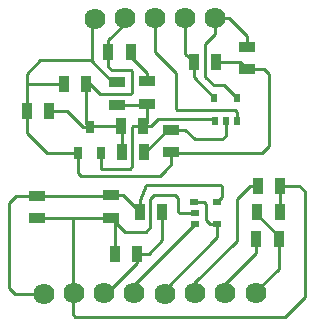
<source format=gtl>
G04 (created by PCBNEW (2013-07-07 BZR 4022)-stable) date 11/19/2014 12:35:41 PM*
%MOIN*%
G04 Gerber Fmt 3.4, Leading zero omitted, Abs format*
%FSLAX34Y34*%
G01*
G70*
G90*
G04 APERTURE LIST*
%ADD10C,0.00590551*%
%ADD11R,0.055X0.035*%
%ADD12R,0.035X0.055*%
%ADD13R,0.0315X0.0394*%
%ADD14R,0.0197X0.0315*%
%ADD15C,0.0700787*%
%ADD16R,0.0315X0.0197*%
%ADD17C,0.01*%
G04 APERTURE END LIST*
G54D10*
G54D11*
X70210Y-46980D03*
X70210Y-47730D03*
X70000Y-50755D03*
X70000Y-51505D03*
X67540Y-50775D03*
X67540Y-51525D03*
G54D12*
X70969Y-51318D03*
X71719Y-51318D03*
X70893Y-52696D03*
X70143Y-52696D03*
X71115Y-49320D03*
X70365Y-49320D03*
G54D11*
X72020Y-49310D03*
X72020Y-48560D03*
G54D12*
X70675Y-45985D03*
X69925Y-45985D03*
G54D11*
X71195Y-47700D03*
X71195Y-46950D03*
X74535Y-46550D03*
X74535Y-45800D03*
G54D12*
X73515Y-46310D03*
X72765Y-46310D03*
X71080Y-48445D03*
X70330Y-48445D03*
X74895Y-50445D03*
X75645Y-50445D03*
X75635Y-51315D03*
X74885Y-51315D03*
G54D13*
X69300Y-48487D03*
X69675Y-49353D03*
X68925Y-49353D03*
G54D14*
X73463Y-48277D03*
X74220Y-48275D03*
X73840Y-48275D03*
X74220Y-47515D03*
X73460Y-47515D03*
G54D12*
X67195Y-47950D03*
X67945Y-47950D03*
X75595Y-52225D03*
X74845Y-52225D03*
G54D15*
X67787Y-54035D03*
X68781Y-54025D03*
X69785Y-54025D03*
X70788Y-54025D03*
X71810Y-54032D03*
X72818Y-54025D03*
X73826Y-54005D03*
X74834Y-54010D03*
G54D12*
X68435Y-47050D03*
X69185Y-47050D03*
G54D15*
X69485Y-44860D03*
X70478Y-44850D03*
X71482Y-44850D03*
X72486Y-44850D03*
X73490Y-44850D03*
G54D16*
X72794Y-50967D03*
X72796Y-51724D03*
X72796Y-51344D03*
X73556Y-51724D03*
X73556Y-50964D03*
G54D17*
X71482Y-44850D02*
X71482Y-45972D01*
X74220Y-47980D02*
X74220Y-48275D01*
X74155Y-47915D02*
X74220Y-47980D01*
X72225Y-47915D02*
X74155Y-47915D01*
X72190Y-47880D02*
X72225Y-47915D01*
X72190Y-46680D02*
X72190Y-47880D01*
X71482Y-45972D02*
X72190Y-46680D01*
X69925Y-45985D02*
X69925Y-46475D01*
X69324Y-47050D02*
X69185Y-47050D01*
X69650Y-47376D02*
X69324Y-47050D01*
X70654Y-47376D02*
X69650Y-47376D01*
X70696Y-47334D02*
X70654Y-47376D01*
X70696Y-46612D02*
X70696Y-47334D01*
X70672Y-46588D02*
X70696Y-46612D01*
X70038Y-46588D02*
X70672Y-46588D01*
X69925Y-46475D02*
X70038Y-46588D01*
X70330Y-48445D02*
X69342Y-48445D01*
X69342Y-48445D02*
X69300Y-48487D01*
X69342Y-48445D02*
X69300Y-48487D01*
X70365Y-49320D02*
X70365Y-48480D01*
X70365Y-48480D02*
X70330Y-48445D01*
X69185Y-47050D02*
X69185Y-48372D01*
X69185Y-48372D02*
X69300Y-48487D01*
X69300Y-48487D02*
X69077Y-48487D01*
X69077Y-48487D02*
X68540Y-47950D01*
X68540Y-47950D02*
X67945Y-47950D01*
X70478Y-44850D02*
X70478Y-45031D01*
X69925Y-45585D02*
X69925Y-45985D01*
X70478Y-45031D02*
X69925Y-45585D01*
X72765Y-46310D02*
X72765Y-46820D01*
X72765Y-46820D02*
X73460Y-47515D01*
X72486Y-44850D02*
X72486Y-46031D01*
X72486Y-46031D02*
X72765Y-46310D01*
X73490Y-44850D02*
X73955Y-44850D01*
X74535Y-45430D02*
X74535Y-45800D01*
X73955Y-44850D02*
X74535Y-45430D01*
X73490Y-44850D02*
X73490Y-45364D01*
X73790Y-47085D02*
X74220Y-47515D01*
X73440Y-47085D02*
X73790Y-47085D01*
X73160Y-46805D02*
X73440Y-47085D01*
X73160Y-45695D02*
X73160Y-46805D01*
X73490Y-45364D02*
X73160Y-45695D01*
X70210Y-46980D02*
X70056Y-46980D01*
X67205Y-46705D02*
X67655Y-46255D01*
X67655Y-46255D02*
X69300Y-46255D01*
X67205Y-46705D02*
X67205Y-47050D01*
X69331Y-46255D02*
X69300Y-46255D01*
X70056Y-46980D02*
X69331Y-46255D01*
X68925Y-49353D02*
X68925Y-50021D01*
X71630Y-50099D02*
X71797Y-49933D01*
X69003Y-50099D02*
X71630Y-50099D01*
X68925Y-50021D02*
X69003Y-50099D01*
X71797Y-49933D02*
X71801Y-49933D01*
X71801Y-49933D02*
X72020Y-49714D01*
X72020Y-49714D02*
X72020Y-49310D01*
X71797Y-49933D02*
X71834Y-49896D01*
X70120Y-46930D02*
X70045Y-46930D01*
X69365Y-44980D02*
X69485Y-44860D01*
X69365Y-46250D02*
X69365Y-44980D01*
X74535Y-46550D02*
X75095Y-46550D01*
X72055Y-49345D02*
X72020Y-49310D01*
X74870Y-49345D02*
X72055Y-49345D01*
X75050Y-49345D02*
X74870Y-49345D01*
X75270Y-49125D02*
X75050Y-49345D01*
X75270Y-46725D02*
X75270Y-49125D01*
X75095Y-46550D02*
X75270Y-46725D01*
X73515Y-46310D02*
X74295Y-46310D01*
X74295Y-46310D02*
X74535Y-46550D01*
X68925Y-49353D02*
X67888Y-49353D01*
X67195Y-48660D02*
X67195Y-47950D01*
X67888Y-49353D02*
X67195Y-48660D01*
X68435Y-47050D02*
X67205Y-47050D01*
X67205Y-47050D02*
X67195Y-47050D01*
X67195Y-47050D02*
X67195Y-47950D01*
X72796Y-51344D02*
X72299Y-51344D01*
X72254Y-51226D02*
X72254Y-50840D01*
X72254Y-50840D02*
X72150Y-50736D01*
X72150Y-50736D02*
X71444Y-50736D01*
X71444Y-50736D02*
X71316Y-50864D01*
X71316Y-50864D02*
X71316Y-51822D01*
X71316Y-51822D02*
X71170Y-51968D01*
X71170Y-51968D02*
X70463Y-51968D01*
X70463Y-51968D02*
X70000Y-51505D01*
X72254Y-51299D02*
X72254Y-51226D01*
X72299Y-51344D02*
X72254Y-51299D01*
X70143Y-52696D02*
X70143Y-51648D01*
X70143Y-51648D02*
X70000Y-51505D01*
X75645Y-50445D02*
X75645Y-51305D01*
X75645Y-51305D02*
X75635Y-51315D01*
X75645Y-50445D02*
X76285Y-50445D01*
X68746Y-54723D02*
X68822Y-54800D01*
X68822Y-54800D02*
X75810Y-54800D01*
X75810Y-54800D02*
X76465Y-54145D01*
X68746Y-54065D02*
X68746Y-54723D01*
X68746Y-51525D02*
X68761Y-51510D01*
X68761Y-51510D02*
X68780Y-51510D01*
X68780Y-51510D02*
X68780Y-51525D01*
X68746Y-54065D02*
X68746Y-51525D01*
X76465Y-50625D02*
X76465Y-54145D01*
X76285Y-50445D02*
X76465Y-50625D01*
X67540Y-51525D02*
X68780Y-51525D01*
X68780Y-51525D02*
X69980Y-51525D01*
X69980Y-51525D02*
X70000Y-51505D01*
X74789Y-54020D02*
X74789Y-54000D01*
X75595Y-53195D02*
X75595Y-52225D01*
X74789Y-54000D02*
X75595Y-53195D01*
X74885Y-51315D02*
X74885Y-51395D01*
X75595Y-52105D02*
X75595Y-52225D01*
X74885Y-51395D02*
X75595Y-52105D01*
X73781Y-54015D02*
X73781Y-53753D01*
X74845Y-52690D02*
X74845Y-52225D01*
X73781Y-53753D02*
X74845Y-52690D01*
X72773Y-54035D02*
X72773Y-53691D01*
X74630Y-50445D02*
X74895Y-50445D01*
X74195Y-50880D02*
X74630Y-50445D01*
X74195Y-52270D02*
X74195Y-50880D01*
X72773Y-53691D02*
X74195Y-52270D01*
X73656Y-50414D02*
X73658Y-50414D01*
X73695Y-50825D02*
X73556Y-50964D01*
X73695Y-50451D02*
X73695Y-50825D01*
X73658Y-50414D02*
X73695Y-50451D01*
X70969Y-50893D02*
X71166Y-50414D01*
X71166Y-50414D02*
X73656Y-50414D01*
X73656Y-50414D02*
X73660Y-50414D01*
X70969Y-51318D02*
X70969Y-50893D01*
X70000Y-50755D02*
X70406Y-50755D01*
X70406Y-50755D02*
X70969Y-51318D01*
X66610Y-53170D02*
X66610Y-53830D01*
X66825Y-54045D02*
X67742Y-54045D01*
X66610Y-53830D02*
X66825Y-54045D01*
X68810Y-50785D02*
X69970Y-50785D01*
X68800Y-50775D02*
X68810Y-50785D01*
X69970Y-50785D02*
X70000Y-50755D01*
X67540Y-50775D02*
X68800Y-50775D01*
X66855Y-50775D02*
X67540Y-50775D01*
X66610Y-51020D02*
X66855Y-50775D01*
X66610Y-53190D02*
X66610Y-53170D01*
X66610Y-53170D02*
X66610Y-51020D01*
X71810Y-54032D02*
X71810Y-53895D01*
X73556Y-52150D02*
X73556Y-51724D01*
X71810Y-53895D02*
X73556Y-52150D01*
X72794Y-50967D02*
X73098Y-50967D01*
X73098Y-50967D02*
X73164Y-51033D01*
X73164Y-51033D02*
X73164Y-51576D01*
X73164Y-51576D02*
X73312Y-51724D01*
X73312Y-51724D02*
X73556Y-51724D01*
X71810Y-54032D02*
X71810Y-54029D01*
X69785Y-54025D02*
X69868Y-54025D01*
X70893Y-53001D02*
X70893Y-52696D01*
X69868Y-54025D02*
X70893Y-53001D01*
X70893Y-52696D02*
X71262Y-52696D01*
X71719Y-52239D02*
X71719Y-51318D01*
X71262Y-52696D02*
X71719Y-52239D01*
X71740Y-51339D02*
X71719Y-51318D01*
X70788Y-54025D02*
X70788Y-53731D01*
X70788Y-53731D02*
X72796Y-51724D01*
X70788Y-54025D02*
X70839Y-54025D01*
X70675Y-45985D02*
X70675Y-46145D01*
X71195Y-46665D02*
X71195Y-46950D01*
X70675Y-46145D02*
X71195Y-46665D01*
X70675Y-45985D02*
X70675Y-46190D01*
X71115Y-49320D02*
X71140Y-49320D01*
X71900Y-48560D02*
X72020Y-48560D01*
X71140Y-49320D02*
X71900Y-48560D01*
X72020Y-48560D02*
X72480Y-48560D01*
X73840Y-48775D02*
X73840Y-48275D01*
X73725Y-48890D02*
X73840Y-48775D01*
X72810Y-48890D02*
X73725Y-48890D01*
X72480Y-48560D02*
X72810Y-48890D01*
X71195Y-47700D02*
X71195Y-48330D01*
X71195Y-48330D02*
X71080Y-48445D01*
X69686Y-49862D02*
X70638Y-49862D01*
X70714Y-48482D02*
X70714Y-49786D01*
X70751Y-48445D02*
X70714Y-48482D01*
X70751Y-48445D02*
X71080Y-48445D01*
X70714Y-49786D02*
X70638Y-49862D01*
X69686Y-49862D02*
X69675Y-49851D01*
X69675Y-49851D02*
X69675Y-49353D01*
X69686Y-49862D02*
X69675Y-49851D01*
X70210Y-47730D02*
X71165Y-47730D01*
X71165Y-47730D02*
X71195Y-47700D01*
X71080Y-48445D02*
X71335Y-48445D01*
X73381Y-48195D02*
X73463Y-48277D01*
X71585Y-48195D02*
X73381Y-48195D01*
X71335Y-48445D02*
X71585Y-48195D01*
X71050Y-47680D02*
X71080Y-47710D01*
M02*

</source>
